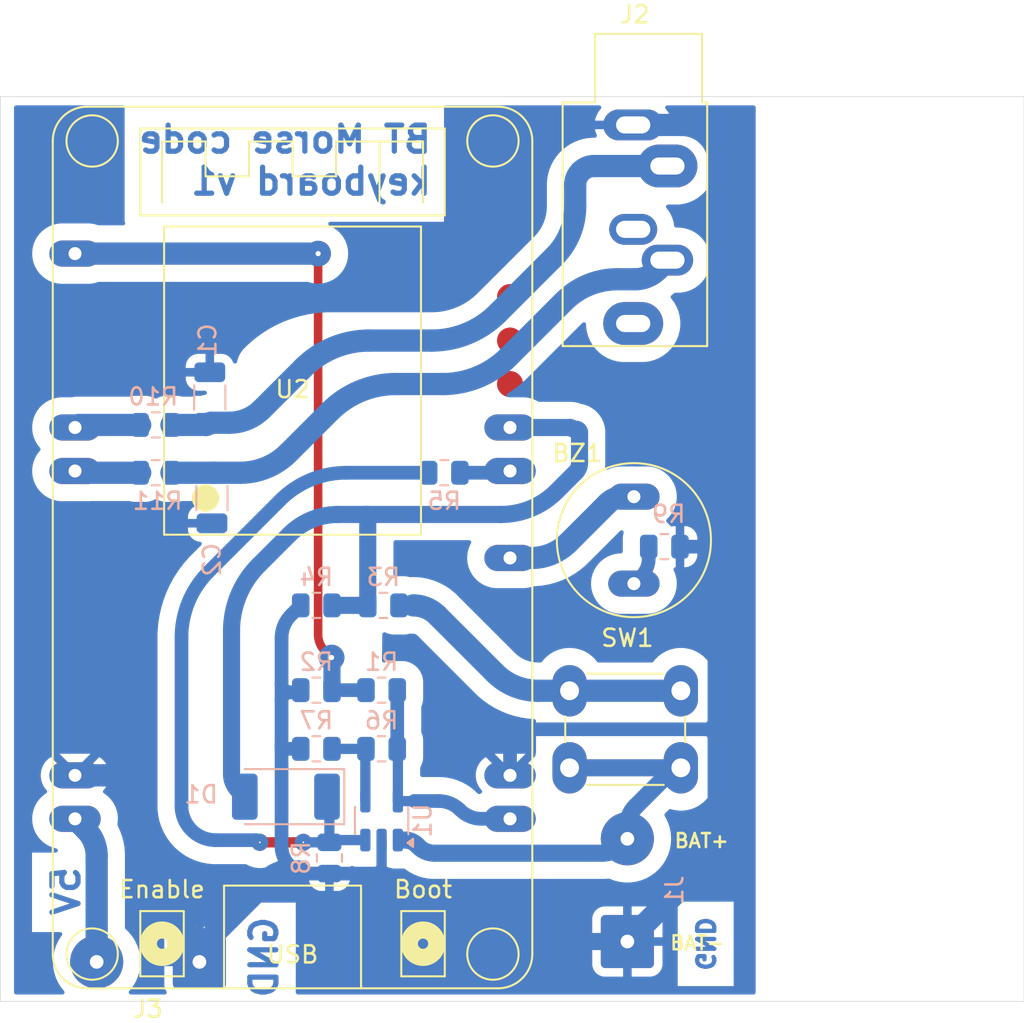
<source format=kicad_pcb>
(kicad_pcb (version 20240108) (generator "pcbnew") (generator_version "8.0")
  (title_block (rev "1"))
  (layers (0 "F.Cu" signal "Front") (1 "In1.Cu" signal) (2 "In2.Cu" signal) (31 "B.Cu" signal "Back") (34 "B.Paste" user) (35 "F.Paste" user) (36 "B.SilkS" user "B.Silkscreen") (37 "F.SilkS" user "F.Silkscreen") (38 "B.Mask" user) (39 "F.Mask" user) (44 "Edge.Cuts" user))
  (net 0 "")
  (net 1 "Net-(BZ1-+)")
  (net 2 "Net-(BZ1--)")
  (net 3 "BTN_SENSE")
  (net 4 "Net-(D1-K)")
  (net 5 "Net-(J1-Pin_2)")
  (net 6 "VIN")
  (net 7 "GND")
  (net 8 "DAH")
  (net 9 "DIT")
  (net 10 "BATTERY_SENSE")
  (net 11 "VDD")
  (net 12 "Net-(R3-Pad1)")
  (net 13 "PWR_LATCH")
  (net 14 "Net-(U1-FB)")
  (net 18 "Net-(C1-Pad1)")
  (net 19 "Net-(C2-Pad1)")
  (footprint "Connector_Audio:Jack_3.5mm_CUI_SJ1-3535NG_Horizontal" (layer "F.Cu") (at 134.070203 58.801)
    (property "Reference" "J2" (at 0.1 -6.45 0) (layer "F.SilkS"))
    (property "Value" "AudioJack3")
    (fp_line (start -4.12 -1.32) (end -2.22 -1.32) (stroke (width 0.12)) (layer "F.SilkS"))
    (fp_line (start -4.12 12.92) (end -4.12 -1.32) (stroke (width 0.12)) (layer "F.SilkS"))
    (fp_line (start -2.22 -5.32) (end 4.02 -5.32) (stroke (width 0.12)) (layer "F.SilkS"))
    (fp_line (start -2.22 -1.32) (end -2.22 -5.32) (stroke (width 0.12)) (layer "F.SilkS"))
    (fp_line (start 4.02 -5.32) (end 4.02 -1.32) (stroke (width 0.12)) (layer "F.SilkS"))
    (fp_line (start 4.02 -1.32) (end 4.32 -1.32) (stroke (width 0.12)) (layer "F.SilkS"))
    (fp_line (start 4.32 -1.32) (end 4.32 12.92) (stroke (width 0.12)) (layer "F.SilkS"))
    (fp_line (start 4.32 12.92) (end -4.12 12.92) (stroke (width 0.12)) (layer "F.SilkS"))
    (pad "R" thru_hole oval (at 2 7.9) (size 3 1.8) (drill oval 2 1) (layers "*.Cu" "*.Mask") (net 19 "Net-(C2-Pad1)"))
    (pad "RN" thru_hole oval (at 0 6.1) (size 2.8 1.8) (drill oval 2 1) (layers "*.Cu" "*.Mask"))
    (pad "S" thru_hole oval (at 0 0) (size 3.5 1.8) (drill oval 2 1) (layers "*.Cu" "*.Mask") (net 7 "GND"))
    (pad "T" thru_hole oval (at 2 2.4) (size 3.5 2.5) (drill oval 2 1) (layers "*.Cu" "*.Mask") (net 18 "Net-(C1-Pad1)"))
    (pad "TN" thru_hole oval (at 0 11.6) (size 3.5 2.5) (drill oval 2 1) (layers "*.Cu" "*.Mask"))
  )
  (footprint "Connector_Wire:SolderWire-1.5sqmm_1x02_P6mm_D1.7mm_OD3mm" (layer "F.Cu") (at 108.743 107.696 180)
    (property "Reference" "J3" (at 3 -2.75 0) (layer "F.SilkS"))
    (property "Value" "USB_PWR")
    (pad "1" thru_hole roundrect (at 0 0 180) (size 3.1 3.1) (drill 0.8) (layers "*.Cu" "*.Mask") (roundrect_rratio 0.080645) (net 7 "GND"))
    (pad "2" thru_hole circle (at 6 0 180) (size 3.1 3.1) (drill 0.8) (layers "*.Cu" "*.Mask") (net 6 "VIN"))
  )
  (footprint "Button_Switch_THT:SW_PUSH_6mm" (layer "F.Cu") (at 136.854 96.357 180)
    (property "Reference" "SW1" (at 3.123 7.584 0) (layer "F.SilkS"))
    (property "Value" "SW_Push")
    (fp_line (start 6.75 3) (end 6.75 1.5) (stroke (width 0.12)) (layer "F.SilkS"))
    (fp_line (start 5.5 -1) (end 1 -1) (stroke (width 0.12)) (layer "F.SilkS"))
    (fp_line (start 1 5.5) (end 5.5 5.5) (stroke (width 0.12)) (layer "F.SilkS"))
    (fp_line (start -0.25 1.5) (end -0.25 3) (stroke (width 0.12)) (layer "F.SilkS"))
    (pad "1" thru_hole oval (at 0 0 270) (size 3 2) (drill 1.1) (layers "*.Cu" "*.Mask") (net 5 "Net-(J1-Pin_2)"))
    (pad "1" thru_hole oval (at 6.5 0 270) (size 3 2) (drill 1.1) (layers "*.Cu" "*.Mask") (net 5 "Net-(J1-Pin_2)"))
    (pad "2" thru_hole oval (at 0 4.5 270) (size 3 2) (drill 1.1) (layers "*.Cu" "*.Mask") (net 12 "Net-(R3-Pad1)"))
    (pad "2" thru_hole oval (at 6.5 4.5 270) (size 3 2) (drill 1.1) (layers "*.Cu" "*.Mask") (net 12 "Net-(R3-Pad1)"))
  )
  (footprint "!my-kicad-library:Buzzer-GT-0905A" (layer "F.Cu") (at 134.112 83.058)
    (property "Reference" "BZ1" (at -3.302 -5.08 0) (layer "F.SilkS"))
    (property "Value" "Buzzer")
    (fp_circle (center 0 0) (end 4.5 0) (stroke (width 0.12)) (fill none) (layer "F.SilkS"))
    (pad "1" thru_hole oval (at 0 -2.54) (size 3 1.524) (drill 0.762) (layers "*.Cu" "*.Mask") (net 1 "Net-(BZ1-+)"))
    (pad "2" thru_hole oval (at 0 2.54) (size 3 1.524) (drill 0.762) (layers "*.Cu" "*.Mask") (net 2 "Net-(BZ1--)"))
  )
  (footprint "!my-kicad-library:esp32_devkit_v1_doit" (layer "F.Cu") (at 114.1795 63.778)
    (property "Reference" "U2" (at 0 10.47 0) (layer "F.SilkS"))
    (property "Value" "ESP32_DevKit_V1")
    (fp_line (start -14 -4.04) (end -14 43.46) (stroke (width 0.12)) (layer "F.SilkS"))
    (fp_line (start -12 -6.04) (end 12 -6.04) (stroke (width 0.12)) (layer "F.SilkS"))
    (fp_line (start -12 45.46) (end 12 45.46) (stroke (width 0.12)) (layer "F.SilkS"))
    (fp_line (start -8.89 -4.77) (end 8.89 -4.77) (stroke (width 0.12)) (layer "F.SilkS"))
    (fp_line (start -8.89 0.31) (end -8.89 -4.77) (stroke (width 0.12)) (layer "F.SilkS"))
    (fp_line (start -8.89 40.95) (end -6.35 40.95) (stroke (width 0.12)) (layer "F.SilkS"))
    (fp_line (start -8.89 44.76) (end -8.89 40.95) (stroke (width 0.12)) (layer "F.SilkS"))
    (fp_line (start -7.62 -4.008) (end -5.08 -4.008) (stroke (width 0.12)) (layer "F.SilkS"))
    (fp_line (start -7.62 -0.452) (end -7.62 -4.008) (stroke (width 0.12)) (layer "F.SilkS"))
    (fp_line (start -7.5 0.96) (end 7.5 0.96) (stroke (width 0.12)) (layer "F.SilkS"))
    (fp_line (start -7.5 18.96) (end -7.5 0.96) (stroke (width 0.12)) (layer "F.SilkS"))
    (fp_line (start -6.35 40.95) (end -6.35 44.76) (stroke (width 0.12)) (layer "F.SilkS"))
    (fp_line (start -6.35 44.76) (end -8.89 44.76) (stroke (width 0.12)) (layer "F.SilkS"))
    (fp_line (start -5.08 -4.008) (end -5.08 -1.976) (stroke (width 0.12)) (layer "F.SilkS"))
    (fp_line (start -5.08 -1.976) (end -2.54 -1.976) (stroke (width 0.12)) (layer "F.SilkS"))
    (fp_line (start -4 39.46) (end -4 45.46) (stroke (width 0.12)) (layer "F.SilkS"))
    (fp_line (start -4 39.46) (end 4 39.46) (stroke (width 0.12)) (layer "F.SilkS"))
    (fp_line (start -2.54 -4.008) (end 0 -4.008) (stroke (width 0.12)) (layer "F.SilkS"))
    (fp_line (start -2.54 -1.976) (end -2.54 -4.008) (stroke (width 0.12)) (layer "F.SilkS"))
    (fp_line (start 0 -4.008) (end 0 -1.976) (stroke (width 0.12)) (layer "F.SilkS"))
    (fp_line (start 0 -1.976) (end 2.54 -1.976) (stroke (width 0.12)) (layer "F.SilkS"))
    (fp_line (start 2.54 -4.008) (end 7.62 -4.008) (stroke (width 0.12)) (layer "F.SilkS"))
    (fp_line (start 2.54 -1.976) (end 2.54 -4.008) (stroke (width 0.12)) (layer "F.SilkS"))
    (fp_line (start 4 39.46) (end 4 45.46) (stroke (width 0.12)) (layer "F.SilkS"))
    (fp_line (start 5.08 -4.008) (end 5.08 -0.452) (stroke (width 0.12)) (layer "F.SilkS"))
    (fp_line (start 6.35 40.95) (end 8.89 40.95) (stroke (width 0.12)) (layer "F.SilkS"))
    (fp_line (start 6.35 44.76) (end 6.35 40.95) (stroke (width 0.12)) (layer "F.SilkS"))
    (fp_line (start 7.5 0.96) (end 7.5 18.96) (stroke (width 0.12)) (layer "F.SilkS"))
    (fp_line (start 7.5 18.96) (end -7.5 18.96) (stroke (width 0.12)) (layer "F.SilkS"))
    (fp_line (start 7.62 -4.008) (end 7.62 -0.452) (stroke (width 0.12)) (layer "F.SilkS"))
    (fp_line (start 8.89 -4.77) (end 8.89 0.31) (stroke (width 0.12)) (layer "F.SilkS"))
    (fp_line (start 8.89 0.31) (end -8.89 0.31) (stroke (width 0.12)) (layer "F.SilkS"))
    (fp_line (start 8.89 40.95) (end 8.89 44.76) (stroke (width 0.12)) (layer "F.SilkS"))
    (fp_line (start 8.89 44.76) (end 6.35 44.76) (stroke (width 0.12)) (layer "F.SilkS"))
    (fp_line (start 14 43.46) (end 14 -4.04) (stroke (width 0.12)) (layer "F.SilkS"))
    (fp_arc (start -14 -4.04) (mid -13.414214 -5.454214) (end -12 -6.04) (stroke (width 0.12)) (layer "F.SilkS"))
    (fp_arc (start -12 45.46) (mid -13.414214 44.874214) (end -14 43.46) (stroke (width 0.12)) (layer "F.SilkS"))
    (fp_arc (start 12 -6.04) (mid 13.414214 -5.454214) (end 14 -4.04) (stroke (width 0.12)) (layer "F.SilkS"))
    (fp_arc (start 14 43.46) (mid 13.414214 44.874214) (end 12 45.46) (stroke (width 0.12)) (layer "F.SilkS"))
    (fp_circle (center -11.7 -4.04) (end -10.2 -4.04) (stroke (width 0.12)) (fill none) (layer "F.SilkS"))
    (fp_circle (center -11.7 43.46) (end -10.2 43.46) (stroke (width 0.12)) (fill none) (layer "F.SilkS"))
    (fp_circle (center -7.62 42.855) (end -7.32 42.855) (stroke (width 1)) (fill none) (layer "F.SilkS"))
    (fp_circle (center -5.08 16.82) (end -4.68 16.82) (stroke (width 0.8)) (fill none) (layer "F.SilkS"))
    (fp_circle (center 7.62 42.855) (end 7.92 42.855) (stroke (width 1)) (fill none) (layer "F.SilkS"))
    (fp_circle (center 11.7 -4.04) (end 13.2 -4.04) (stroke (width 0.12)) (fill none) (layer "F.SilkS"))
    (fp_circle (center 11.7 43.46) (end 13.2 43.46) (stroke (width 0.12)) (fill none) (layer "F.SilkS"))
    (fp_text user "Boot" (at 7.62 39.68 0) (layer "F.SilkS"))
    (fp_text user "USB" (at 0 43.49 0) (layer "F.SilkS"))
    (fp_text user "Enable" (at -7.62 39.68 0) (layer "F.SilkS"))
    (pad "2" thru_hole oval (at -12.7 2.54) (size 3 1.524) (drill 0.762) (layers "*.Cu" "*.Mask") (net 10 "BATTERY_SENSE"))
    (pad "6" thru_hole oval (at -12.7 12.7) (size 3 1.524) (drill 0.762) (layers "*.Cu" "*.Mask") (net 9 "DIT"))
    (pad "7" thru_hole oval (at -12.7 15.24) (size 3 1.524) (drill 0.762) (layers "*.Cu" "*.Mask") (net 8 "DAH"))
    (pad "14" thru_hole oval (at -12.7 33.02) (size 3 1.524) (drill 0.75) (layers "*.Cu" "*.Mask") (net 7 "GND"))
    (pad "15" thru_hole oval (at -12.7 35.56) (size 3 1.524) (drill 0.762) (layers "*.Cu" "*.Mask") (net 6 "VIN"))
    (pad "16" thru_hole oval (at 12.7 35.56) (size 3 1.524) (drill 0.762) (layers "*.Cu" "*.Mask") (net 11 "VDD"))
    (pad "17" thru_hole oval (at 12.7 33.02) (size 3 1.524) (drill 0.762) (layers "*.Cu" "*.Mask") (net 7 "GND"))
    (pad "22" thru_hole oval (at 12.7 20.32) (size 3 1.524) (drill 0.762) (layers "*.Cu" "*.Mask") (net 1 "Net-(BZ1-+)"))
    (pad "24" thru_hole oval (at 12.7 15.24) (size 3 1.524) (drill 0.762) (layers "*.Cu" "*.Mask") (net 13 "PWR_LATCH"))
    (pad "25" thru_hole oval (at 12.7 12.7) (size 3 1.524) (drill 0.762) (layers "*.Cu" "*.Mask") (net 3 "BTN_SENSE"))
    (pad "26" connect circle (at 12.7 10.16) (size 1.524 1.524) (layers "F.Cu" "F.Mask"))
    (pad "27" connect circle (at 12.7 7.62) (size 1.524 1.524) (layers "F.Cu" "F.Mask"))
    (pad "28" connect circle (at 12.7 5.08) (size 1.524 1.524) (layers "F.Cu" "F.Mask"))
  )
  (footprint "Resistor_SMD:R_0805_2012Metric" (layer "B.Cu") (at 119.38 91.821 180)
    (property "Reference" "R1" (at 0 1.65 0) (layer "B.SilkS") (effects (justify mirror)))
    (property "Value" "22k")
    (fp_line (start 0.227064 0.735) (end -0.227064 0.735) (stroke (width 0.12)) (layer "B.SilkS"))
    (fp_line (start 0.227064 -0.735) (end -0.227064 -0.735) (stroke (width 0.12)) (layer "B.SilkS"))
    (pad "1" smd roundrect (at -0.9125 0 180) (size 1.025 1.4) (layers "B.Cu" "B.Paste" "B.Mask") (roundrect_rratio 0.243902) (net 11 "VDD"))
    (pad "2" smd roundrect (at 0.9125 0 180) (size 1.025 1.4) (layers "B.Cu" "B.Paste" "B.Mask") (roundrect_rratio 0.243902) (net 10 "BATTERY_SENSE"))
  )
  (footprint "Resistor_SMD:R_0805_2012Metric" (layer "B.Cu") (at 115.57 95.25 180)
    (property "Reference" "R7" (at 0 1.65 0) (layer "B.SilkS") (effects (justify mirror)))
    (property "Value" "27k")
    (fp_line (start 0.227064 0.735) (end -0.227064 0.735) (stroke (width 0.12)) (layer "B.SilkS"))
    (fp_line (start 0.227064 -0.735) (end -0.227064 -0.735) (stroke (width 0.12)) (layer "B.SilkS"))
    (pad "1" smd roundrect (at -0.9125 0 180) (size 1.025 1.4) (layers "B.Cu" "B.Paste" "B.Mask") (roundrect_rratio 0.243902) (net 14 "Net-(U1-FB)"))
    (pad "2" smd roundrect (at 0.9125 0 180) (size 1.025 1.4) (layers "B.Cu" "B.Paste" "B.Mask") (roundrect_rratio 0.243902) (net 7 "GND"))
  )
  (footprint "Resistor_SMD:R_0805_2012Metric" (layer "B.Cu") (at 115.57 91.821 180)
    (property "Reference" "R2" (at 0 1.65 0) (layer "B.SilkS") (effects (justify mirror)))
    (property "Value" "10k")
    (fp_line (start 0.227064 0.735) (end -0.227064 0.735) (stroke (width 0.12)) (layer "B.SilkS"))
    (fp_line (start 0.227064 -0.735) (end -0.227064 -0.735) (stroke (width 0.12)) (layer "B.SilkS"))
    (pad "1" smd roundrect (at -0.9125 0 180) (size 1.025 1.4) (layers "B.Cu" "B.Paste" "B.Mask") (roundrect_rratio 0.243902) (net 10 "BATTERY_SENSE"))
    (pad "2" smd roundrect (at 0.9125 0 180) (size 1.025 1.4) (layers "B.Cu" "B.Paste" "B.Mask") (roundrect_rratio 0.243902) (net 7 "GND"))
  )
  (footprint "Resistor_SMD:R_0805_2012Metric" (layer "B.Cu") (at 135.89 83.439)
    (property "Reference" "R9" (at 0.254 -1.905 0) (layer "B.SilkS") (effects (justify mirror)))
    (property "Value" "200")
    (fp_line (start 0.227064 -0.735) (end -0.227064 -0.735) (stroke (width 0.12)) (layer "B.SilkS"))
    (fp_line (start 0.227064 0.735) (end -0.227064 0.735) (stroke (width 0.12)) (layer "B.SilkS"))
    (pad "1" smd roundrect (at -0.9125 0) (size 1.025 1.4) (layers "B.Cu" "B.Paste" "B.Mask") (roundrect_rratio 0.243902) (net 2 "Net-(BZ1--)"))
    (pad "2" smd roundrect (at 0.9125 0) (size 1.025 1.4) (layers "B.Cu" "B.Paste" "B.Mask") (roundrect_rratio 0.243902) (net 7 "GND"))
  )
  (footprint "Package_TO_SOT_SMD:SOT-23-5" (layer "B.Cu") (at 119.38 99.441 90)
    (property "Reference" "U1" (at 0 2.4 90) (layer "B.SilkS") (effects (justify mirror)))
    (property "Value" "TPS73101DBV")
    (fp_line (start 0.8 -1.56) (end 0 -1.56) (stroke (width 0.12)) (layer "B.SilkS"))
    (fp_line (start -0.8 -1.56) (end 0 -1.56) (stroke (width 0.12)) (layer "B.SilkS"))
    (fp_line (start 0.8 1.56) (end 0 1.56) (stroke (width 0.12)) (layer "B.SilkS"))
    (fp_line (start -0.8 1.56) (end 0 1.56) (stroke (width 0.12)) (layer "B.SilkS"))
    (fp_poly (pts (xy -1.3 1.51) (xy -1.54 1.84) (xy -1.06 1.84) (xy -1.3 1.51)) (stroke (width 0.12)) (fill solid) (layer "B.SilkS"))
    (pad "1" smd roundrect (at -1.1375 0.95 90) (size 1.325 0.6) (layers "B.Cu" "B.Paste" "B.Mask") (net 5 "Net-(J1-Pin_2)"))
    (pad "2" smd roundrect (at -1.1375 0 90) (size 1.325 0.6) (layers "B.Cu" "B.Paste" "B.Mask") (net 7 "GND"))
    (pad "3" smd roundrect (at -1.1375 -0.95 90) (size 1.325 0.6) (layers "B.Cu" "B.Paste" "B.Mask") (net 4 "Net-(D1-K)"))
    (pad "4" smd roundrect (at 1.1375 -0.95 90) (size 1.325 0.6) (layers "B.Cu" "B.Paste" "B.Mask") (net 14 "Net-(U1-FB)"))
    (pad "5" smd roundrect (at 1.1375 0.95 90) (size 1.325 0.6) (layers "B.Cu" "B.Paste" "B.Mask") (net 11 "VDD"))
  )
  (footprint "Resistor_SMD:R_0805_2012Metric" (layer "B.Cu") (at 123.0395 79.121)
    (property "Reference" "R5" (at 0 1.65 0) (layer "B.SilkS") (effects (justify mirror)))
    (property "Value" "10k")
    (fp_line (start 0.227064 -0.735) (end -0.227064 -0.735) (stroke (width 0.12)) (layer "B.SilkS"))
    (fp_line (start 0.227064 0.735) (end -0.227064 0.735) (stroke (width 0.12)) (layer "B.SilkS"))
    (pad "1" smd roundrect (at -0.9125 0) (size 1.025 1.4) (layers "B.Cu" "B.Paste" "B.Mask") (roundrect_rratio 0.243902) (net 4 "Net-(D1-K)"))
    (pad "2" smd roundrect (at 0.9125 0) (size 1.025 1.4) (layers "B.Cu" "B.Paste" "B.Mask") (roundrect_rratio 0.243902) (net 13 "PWR_LATCH"))
  )
  (footprint "Resistor_SMD:R_0805_2012Metric" (layer "B.Cu") (at 119.38 95.25 180)
    (property "Reference" "R6" (at 0 1.65 0) (layer "B.SilkS") (effects (justify mirror)))
    (property "Value" "47k")
    (fp_line (start 0.227064 0.735) (end -0.227064 0.735) (stroke (width 0.12)) (layer "B.SilkS"))
    (fp_line (start 0.227064 -0.735) (end -0.227064 -0.735) (stroke (width 0.12)) (layer "B.SilkS"))
    (pad "1" smd roundrect (at -0.9125 0 180) (size 1.025 1.4) (layers "B.Cu" "B.Paste" "B.Mask") (roundrect_rratio 0.243902) (net 11 "VDD"))
    (pad "2" smd roundrect (at 0.9125 0 180) (size 1.025 1.4) (layers "B.Cu" "B.Paste" "B.Mask") (roundrect_rratio 0.243902) (net 14 "Net-(U1-FB)"))
  )
  (footprint "Diode_SMD:D_MELF" (layer "B.Cu") (at 113.792 98.044 180)
    (property "Reference" "D1" (at 4.953 0.127 0) (layer "B.SilkS") (effects (justify mirror)))
    (property "Value" "1N4148")
    (fp_line (start 2.4 -1.61) (end -3.41 -1.61) (stroke (width 0.12)) (layer "B.SilkS"))
    (fp_line (start -3.41 1.61) (end 2.4 1.61) (stroke (width 0.12)) (layer "B.SilkS"))
    (fp_line (start -3.41 -1.61) (end -3.41 1.61) (stroke (width 0.12)) (layer "B.SilkS"))
    (pad "1" smd roundrect (at -2.4 0 180) (size 1.5 2.7) (layers "B.Cu" "B.Paste" "B.Mask") (roundrect_rratio 0.1666666667) (net 4 "Net-(D1-K)"))
    (pad "2" smd roundrect (at 2.4 0 180) (size 1.5 2.7) (layers "B.Cu" "B.Paste" "B.Mask") (roundrect_rratio 0.1666666667) (net 3 "BTN_SENSE"))
  )
  (footprint "Resistor_SMD:R_0805_2012Metric" (layer "B.Cu") (at 115.57 86.868 180)
    (property "Reference" "R4" (at 0 1.65 0) (layer "B.SilkS") (effects (justify mirror)))
    (property "Value" "33k")
    (fp_line (start 0.227064 0.735) (end -0.227064 0.735) (stroke (width 0.12)) (layer "B.SilkS"))
    (fp_line (start 0.227064 -0.735) (end -0.227064 -0.735) (stroke (width 0.12)) (layer "B.SilkS"))
    (pad "1" smd roundrect (at -0.9125 0 180) (size 1.025 1.4) (layers "B.Cu" "B.Paste" "B.Mask") (roundrect_rratio 0.243902) (net 3 "BTN_SENSE"))
    (pad "2" smd roundrect (at 0.9125 0 180) (size 1.025 1.4) (layers "B.Cu" "B.Paste" "B.Mask") (roundrect_rratio 0.243902) (net 7 "GND"))
  )
  (footprint "Capacitor_SMD:C_1206_3216Metric" (layer "B.Cu") (at 109.347 74.725 90)
    (property "Reference" "C1" (at 3.351 -0.127 90) (layer "B.SilkS") (effects (justify mirror)))
    (property "Value" "100n")
    (fp_line (start 0.711252 -0.91) (end -0.711252 -0.91) (stroke (width 0.12)) (layer "B.SilkS"))
    (fp_line (start 0.711252 0.91) (end -0.711252 0.91) (stroke (width 0.12)) (layer "B.SilkS"))
    (pad "1" smd roundrect (at -1.475 0 90) (size 1.15 1.8) (layers "B.Cu" "B.Paste" "B.Mask") (roundrect_rratio 0.217391) (net 18 "Net-(C1-Pad1)"))
    (pad "2" smd roundrect (at 1.475 0 90) (size 1.15 1.8) (layers "B.Cu" "B.Paste" "B.Mask") (roundrect_rratio 0.217391) (net 7 "GND"))
  )
  (footprint "Connector_Wire:SolderWire-1.5sqmm_1x02_P6mm_D1.7mm_OD3mm" (layer "B.Cu") (at 133.731 106.505 90)
    (property "Reference" "J1" (at 3 2.75 90) (layer "B.SilkS") (effects (justify mirror)))
    (property "Value" "Conn_battery")
    (pad "1" thru_hole roundrect (at 0 0 90) (size 3.1 3.1) (drill 0.8) (layers "*.Cu" "*.Mask") (roundrect_rratio 0.080645) (net 7 "GND"))
    (pad "2" thru_hole circle (at 6 0 90) (size 3.1 3.1) (drill 0.8) (layers "*.Cu" "*.Mask") (net 5 "Net-(J1-Pin_2)"))
  )
  (footprint "Resistor_SMD:R_0805_2012Metric" (layer "B.Cu") (at 106.1955 79.121)
    (property "Reference" "R11" (at 0.1035 1.651 360) (layer "B.SilkS") (effects (justify mirror)))
    (property "Value" "1k")
    (fp_line (start 0.227064 -0.735) (end -0.227064 -0.735) (stroke (width 0.12)) (layer "B.SilkS"))
    (fp_line (start 0.227064 0.735) (end -0.227064 0.735) (stroke (width 0.12)) (layer "B.SilkS"))
    (pad "1" smd roundrect (at -0.9125 0) (size 1.025 1.4) (layers "B.Cu" "B.Paste" "B.Mask") (roundrect_rratio 0.243902) (net 8 "DAH"))
    (pad "2" smd roundrect (at 0.9125 0) (size 1.025 1.4) (layers "B.Cu" "B.Paste" "B.Mask") (roundrect_rratio 0.243902) (net 19 "Net-(C2-Pad1)"))
  )
  (footprint "Resistor_SMD:R_0805_2012Metric" (layer "B.Cu") (at 106.1955 76.327)
    (property "Reference" "R10" (at -0.1505 -1.651 360) (layer "B.SilkS") (effects (justify mirror)))
    (property "Value" "1k")
    (fp_line (start 0.227064 -0.735) (end -0.227064 -0.735) (stroke (width 0.12)) (layer "B.SilkS"))
    (fp_line (start 0.227064 0.735) (end -0.227064 0.735) (stroke (width 0.12)) (layer "B.SilkS"))
    (pad "1" smd roundrect (at -0.9125 0) (size 1.025 1.4) (layers "B.Cu" "B.Paste" "B.Mask") (roundrect_rratio 0.243902) (net 9 "DIT"))
    (pad "2" smd roundrect (at 0.9125 0) (size 1.025 1.4) (layers "B.Cu" "B.Paste" "B.Mask") (roundrect_rratio 0.243902) (net 18 "Net-(C1-Pad1)"))
  )
  (footprint "Capacitor_SMD:C_1206_3216Metric" (layer "B.Cu") (at 109.474 80.596001 -90)
    (property "Reference" "C2" (at 3.604999 0 90) (layer "B.SilkS") (effects (justify mirror)))
    (property "Value" "100n")
    (fp_line (start 0.711252 0.91) (end -0.711252 0.91) (stroke (width 0.12)) (layer "B.SilkS"))
    (fp_line (start 0.711252 -0.91) (end -0.711252 -0.91) (stroke (width 0.12)) (layer "B.SilkS"))
    (pad "1" smd roundrect (at -1.475001 0 270) (size 1.15 1.8) (layers "B.Cu" "B.Paste" "B.Mask") (roundrect_rratio 0.217391) (net 19 "Net-(C2-Pad1)"))
    (pad "2" smd roundrect (at 1.475001 0 270) (size 1.15 1.8) (layers "B.Cu" "B.Paste" "B.Mask") (roundrect_rratio 0.217391) (net 7 "GND"))
  )
  (footprint "Resistor_SMD:R_0805_2012Metric" (layer "B.Cu") (at 119.4835 86.868 180)
    (property "Reference" "R3" (at 0 1.65 0) (layer "B.SilkS") (effects (justify mirror)))
    (property "Value" "10k")
    (fp_line (start 0.227064 0.735) (end -0.227064 0.735) (stroke (width 0.12)) (layer "B.SilkS"))
    (fp_line (start 0.227064 -0.735) (end -0.227064 -0.735) (stroke (width 0.12)) (layer "B.SilkS"))
    (pad "1" smd roundrect (at -0.9125 0 180) (size 1.025 1.4) (layers "B.Cu" "B.Paste" "B.Mask") (roundrect_rratio 0.243902) (net 12 "Net-(R3-Pad1)"))
    (pad "2" smd roundrect (at 0.9125 0 180) (size 1.025 1.4) (layers "B.Cu" "B.Paste" "B.Mask") (roundrect_rratio 0.243902) (net 3 "BTN_SENSE"))
  )
  (footprint "Resistor_SMD:R_0805_2012Metric" (layer "B.Cu") (at 116.332 101.6235 -90)
    (property "Reference" "R8" (at 0 1.65 90) (layer "B.SilkS") (effects (justify mirror)))
    (property "Value" "100k")
    (fp_line (start 0.227064 0.735) (end -0.227064 0.735) (stroke (width 0.12)) (layer "B.SilkS"))
    (fp_line (start 0.227064 -0.735) (end -0.227064 -0.735) (stroke (width 0.12)) (layer "B.SilkS"))
    (pad "1" smd roundrect (at -0.9125 0 270) (size 1.025 1.4) (layers "B.Cu" "B.Paste" "B.Mask") (roundrect_rratio 0.243902) (net 4 "Net-(D1-K)"))
    (pad "2" smd roundrect (at 0.9125 0 270) (size 1.025 1.4) (layers "B.Cu" "B.Paste" "B.Mask") (roundrect_rratio 0.243902) (net 7 "GND"))
  )
  (gr_rect (start 97.117 57.15) (end 156.891 110) (stroke (width 0.0381)) (fill none) (layer "Edge.Cuts"))
  (gr_text "5V" (at 101.854 101.981 90) (layer "B.Cu") (effects (font (size 1.524 1.524) (thickness 0.3048) (bold yes)) (justify left bottom mirror)))
  (gr_text "BT Morse code \nkeyboard v1" (at 122.428 62.992 0) (layer "B.Cu") (effects (font (size 1.524 1.524) (thickness 0.3048) (bold yes)) (justify left bottom mirror)))
  (gr_text "GND" (at 137.668 108.331 -90) (layer "B.Cu") (effects (font (size 1 1) (thickness 0.25) (bold yes)) (justify left bottom mirror)))
  (gr_text "GND" (at 113.411 104.902 90) (layer "B.Cu") (effects (font (size 1.524 1.524) (thickness 0.3048) (bold yes)) (justify left bottom mirror)))
  (gr_text "BAT-" (at 136.144 107.061 0) (layer "F.SilkS") (effects (font (size 0.8128 0.8128) (thickness 0.1524) (bold yes)) (justify left bottom)))
  (gr_text "BAT+\n" (at 136.398 101.092 0) (layer "F.SilkS") (effects (font (size 0.8128 0.8128) (thickness 0.1524) (bold yes)) (justify left bottom)))
  (segment (start 132.564888 80.922111) (end 130.276242 83.210757) (width 1.3) (layer "B.Cu") (net 1))
  (segment (start 128.13425 84.098) (end 126.8795 84.098) (width 1.3) (layer "B.Cu") (net 1))
  (arc (start 128.13425 84.098) (mid 129.293487 83.867413) (end 130.276242 83.210757) (width 1.3) (layer "B.Cu") (net 1))
  (arc (start 132.564888 80.922111) (mid 133.012502 80.623025) (end 133.5405 80.518) (width 1.3) (layer "B.Cu") (net 1))
  (segment (start 134.9775 84.120499) (end 134.9775 83.439) (width 0.8) (layer "B.Cu") (net 2))
  (segment (start 134.54475 85.16525) (end 134.112 85.598) (width 0.8) (layer "B.Cu") (net 2))
  (arc (start 134.54475 85.16525) (mid 134.865031 84.685914) (end 134.9775 84.120499) (width 0.8) (layer "B.Cu") (net 2))
  (segment (start 130.380168 76.478) (end 126.8795 76.478) (width 1) (layer "B.Cu") (net 3))
  (segment (start 118.434431 81.558) (end 126.343175 81.558) (width 1) (layer "B.Cu") (net 3))
  (segment (start 116.828 81.558) (end 118.434431 81.558) (width 1) (layer "B.Cu") (net 3))
  (segment (start 129.5915 80.2125) (end 130.712827 79.091171) (width 1) (layer "B.Cu") (net 3))
  (segment (start 113.989081 82.733918) (end 112.210792 84.512206) (width 1) (layer "B.Cu") (net 3))
  (segment (start 130.937 76.7715) (end 130.937 78.549967) (width 1) (layer "B.Cu") (net 3))
  (segment (start 111.0045 97.6565) (end 111.392 98.044) (width 1) (layer "B.Cu") (net 3))
  (segment (start 110.617 88.359963) (end 110.617 96.720992) (width 1) (layer "B.Cu") (net 3))
  (segment (start 118.571 86.868) (end 116.4825 86.868) (width 1) (layer "B.Cu") (net 3))
  (segment (start 118.434431 81.558) (end 118.547568 81.558) (width 1) (layer "B.Cu") (net 3))
  (segment (start 118.571 81.694568) (end 118.571 86.868) (width 1) (layer "B.Cu") (net 3))
  (segment (start 130.7465 76.581) (end 130.628831 76.581) (width 1) (layer "B.Cu") (net 3))
  (arc (start 130.712827 79.091171) (mid 130.87874 78.842864) (end 130.937 78.549967) (width 1) (layer "B.Cu") (net 3))
  (arc (start 130.5045 76.5295) (mid 130.447455 76.491384) (end 130.380168 76.478) (width 1) (layer "B.Cu") (net 3))
  (arc (start 118.531 81.598) (mid 118.560604 81.642305) (end 118.571 81.694568) (width 1) (layer "B.Cu") (net 3))
  (arc (start 130.937 76.7715) (mid 130.881203 76.636796) (end 130.7465 76.581) (width 1) (layer "B.Cu") (net 3))
  (arc (start 118.531 81.598) (mid 118.486693 81.568395) (end 118.434431 81.558) (width 1) (layer "B.Cu") (net 3))
  (arc (start 130.5045 76.5295) (mid 130.561543 76.567615) (end 130.628831 76.581) (width 1) (layer "B.Cu") (net 3))
  (arc (start 110.617 88.359963) (mid 111.031213 86.277572) (end 112.210792 84.512206) (width 1) (layer "B.Cu") (net 3))
  (arc (start 118.531 81.598) (mid 118.52592 81.572464) (end 118.547568 81.558) (width 1) (layer "B.Cu") (net 3))
  (arc (start 113.989081 82.733918) (mid 115.291588 81.863611) (end 116.828 81.558) (width 1) (layer "B.Cu") (net 3))
  (arc (start 110.617 96.720992) (mid 110.717707 97.227285) (end 111.0045 97.6565) (width 1) (layer "B.Cu") (net 3))
  (arc (start 129.5915 80.2125) (mid 128.101155 81.208315) (end 126.343175 81.558) (width 1) (layer "B.Cu") (net 3))
  (segment (start 114.808 100.711) (end 112.268 100.711) (width 0.6) (layer "F.Cu") (net 4))
  (via (at 112.268 100.711) (size 1) (drill 0.1) (layers "F.Cu" "B.Cu") (net 4))
  (via (at 114.808 100.711) (size 1) (drill 0.1) (layers "F.Cu" "B.Cu") (net 4))
  (segment (start 109.289792 84.893207) (end 113.468207 80.714792) (width 0.8) (layer "B.Cu") (net 4))
  (segment (start 117.315963 79.121) (end 122.127 79.121) (width 0.8) (layer "B.Cu") (net 4))
  (segment (start 109.695998 100.584) (end 112.051197 100.584) (width 0.8) (layer "B.Cu") (net 4))
  (segment (start 112.2045 100.6475) (end 112.268 100.711) (width 0.8) (layer "B.Cu") (net 4))
  (segment (start 118.43 100.5785) (end 116.4645 100.5785) (width 0.6) (layer "B.Cu") (net 4))
  (segment (start 107.696 98.584001) (end 107.696 88.740963) (width 0.8) (layer "B.Cu") (net 4))
  (segment (start 116.332 100.711) (end 116.332 98.184) (width 0.6) (layer "B.Cu") (net 4))
  (segment (start 114.808 100.711) (end 116.332 100.711) (width 0.6) (layer "B.Cu") (net 4))
  (arc (start 112.2045 100.6475) (mid 112.134164 100.600503) (end 112.051197 100.584) (width 0.8) (layer "B.Cu") (net 4))
  (arc (start 107.696 98.584001) (mid 108.281785 99.998213) (end 109.695998 100.584) (width 0.8) (layer "B.Cu") (net 4))
  (arc (start 117.315963 79.121) (mid 115.233572 79.535213) (end 113.468207 80.714792) (width 0.8) (layer "B.Cu") (net 4))
  (arc (start 109.289792 84.893207) (mid 108.110213 86.658572) (end 107.696 88.740963) (width 0.8) (layer "B.Cu") (net 4))
  (segment (start 121.443297 100.869297) (end 121.53625 100.96225) (width 1) (layer "B.Cu") (net 5))
  (segment (start 136.473 96.357) (end 129.973 96.357) (width 1) (layer "B.Cu") (net 5))
  (segment (start 132.295323 101.346) (end 122.462704 101.346) (width 1) (layer "B.Cu") (net 5))
  (segment (start 120.74125 100.5785) (end 120.33 100.5785) (width 0.6) (layer "B.Cu") (net 5))
  (segment (start 134.228096 98.601903) (end 136.473 96.357) (width 1) (layer "B.Cu") (net 5))
  (arc (start 132.295323 101.346) (mid 132.844732 101.236715) (end 133.3105 100.9255) (width 1) (layer "B.Cu") (net 5))
  (arc (start 121.443297 100.869297) (mid 121.121195 100.654075) (end 120.74125 100.5785) (width 1) (layer "B.Cu") (net 5))
  (arc (start 122.462704 101.346) (mid 121.96131 101.246266) (end 121.53625 100.96225) (width 1) (layer "B.Cu") (net 5))
  (arc (start 134.228096 98.601903) (mid 133.860191 99.152512) (end 133.731 99.802) (width 1) (layer "B.Cu") (net 5))
  (segment (start 102.11125 99.96975) (end 101.4795 99.338) (width 1.3) (layer "B.Cu") (net 6))
  (segment (start 102.743 101.494929) (end 102.743 107.696) (width 1.3) (layer "B.Cu") (net 6))
  (arc (start 102.11125 99.96975) (mid 102.578813 100.669508) (end 102.743 101.494929) (width 1.3) (layer "B.Cu") (net 6))
  (segment (start 113.754802 95.25) (end 114.6575 95.25) (width 0.8) (layer "B.Cu") (net 7))
  (segment (start 136.8025 83.439) (end 138.303 83.439) (width 0.8) (layer "B.Cu") (net 7))
  (segment (start 114.09775 87.42775) (end 114.6575 86.868) (width 0.8) (layer "B.Cu") (net 7))
  (segment (start 139.065 60.969025) (end 139.065 93.890197) (width 1.3) (layer "B.Cu") (net 7))
  (segment (start 113.538 95.033197) (end 113.538 92.44425) (width 0.8) (layer "B.Cu") (net 7))
  (segment (start 113.538 100.938148) (end 113.538 95.212802) (width 0.8) (layer "B.Cu") (net 7))
  (segment (start 114.03425 91.948) (end 114.440697 91.948) (width 0.8) (layer "B.Cu") (net 7))
  (segment (start 113.538 91.45175) (end 113.538 92.44425) (width 0.8) (layer "B.Cu") (net 7))
  (segment (start 116.332 102.536) (end 119.299765 102.536) (width 0.8) (layer "B.Cu") (net 7))
  (segment (start 133.731 106.505) (end 121.4045 106.505) (width 1) (layer "B.Cu") (net 7))
  (segment (start 138.848197 94.107) (end 127.952416 94.107) (width 0.8) (layer "B.Cu") (net 7))
  (segment (start 113.879607 102.407638) (end 114.508362 102.407638) (width 1.3) (layer "B.Cu") (net 7))
  (segment (start 139.065 93.890197) (end 139.065 94.069802) (width 1.3) (layer "B.Cu") (net 7))
  (segment (start 112.806256 102.852234) (end 109.018951 106.639539) (width 1.3) (layer "B.Cu") (net 7))
  (segment (start 119.38 102.455765) (end 119.38 100.5785) (width 0.6) (layer "B.Cu") (net 7))
  (segment (start 133.731 106.505) (end 137.471207 102.764792) (width 1.3) (layer "B.Cu") (net 7))
  (segment (start 139.065 98.917036) (end 139.065 94.069802) (width 1.3) (layer "B.Cu") (net 7))
  (segment (start 136.896974 58.801) (end 134.070203 58.801) (width 1.3) (layer "B.Cu") (net 7))
  (segment (start 113.538 91.45175) (end 113.538 88.779106) (width 0.8) (layer "B.Cu") (net 7))
  (segment (start 113.538 95.033197) (end 113.538 95.212802) (width 0.8) (layer "B.Cu") (net 7))
  (segment (start 105.156 100.997036) (end 105.156 98.708252) (width 1.3) (layer "B.Cu") (net 7))
  (segment (start 119.507 102.833036) (end 119.507 104.6075) (width 1) (layer "B.Cu") (net 7))
  (segment (start 119.3565 102.5595) (end 119.42 102.623) (width 1) (layer "B.Cu") (net 7))
  (segment (start 108.439651 106.534651) (end 106.749792 104.844792) (width 1.3) (layer "B.Cu") (net 7))
  (segment (start 103.245747 96.798) (end 101.4795 96.798) (width 1.3) (layer "B.Cu") (net 7))
  (segment (start 126.8795 95.179916) (end 126.8795 96.798) (width 0.8) (layer "B.Cu") (net 7))
  (segment (start 116.332 102.536) (end 115.135851 102.536) (width 0.8) (layer "B.Cu") (net 7))
  (arc (start 121.4045 106.505) (mid 120.062764 105.949235) (end 119.507 104.6075) (width 1) (layer "B.Cu") (net 7))
  (arc (start 127.19375 94.42125) (mid 126.96117 94.769329) (end 126.8795 95.179916) (width 0.8) (layer "B.Cu") (net 7))
  (arc (start 105.156 100.997036) (mid 105.570213 103.079426) (end 106.749792 104.844792) (width 1.3) (layer "B.Cu") (net 7))
  (arc (start 139.0015 94.0435) (mid 139.042037 94.035436) (end 139.065 94.069802) (width 1.3) (layer "B.Cu") (net 7))
  (arc (start 114.006 102.068) (mid 114.52438 102.41437) (end 115.135851 102.536) (width 0.8) (layer "B.Cu") (net 7))
  (arc (start 138.43 59.436) (mid 137.726641 58.966031) (end 136.896974 58.801) (width 1.3) (layer "B.Cu") (net 7))
  (arc (start 114.09775 87.42775) (mid 113.683474 88.047757) (end 113.538 88.779106) (width 0.8) (layer "B.Cu") (net 7))
  (arc (start 114.440697 91.948) (mid 114.523664 91.931496) (end 114.594 91.8845) (width 0.8) (layer "B.Cu") (net 7))
  (arc (start 139.0015 94.0435) (mid 139.048496 93.973164) (end 139.065 93.890197) (width 1) (layer "B.Cu") (net 7))
  (arc (start 113.538 100.938148) (mid 113.659629 101.549619) (end 114.006 102.068) (width 0.8) (layer "B.Cu") (net 7))
  (arc (start 113.6015 95.1865) (mid 113.554503 95.116164) (end 113.538 95.033197) (width 0.8) (layer "B.Cu") (net 7))
  (arc (start 114.03425 91.948) (mid 113.683348 92.093348) (end 113.538 92.44425) (width 0.8) (layer "B.Cu") (net 7))
  (arc (start 138.848197 94.107) (mid 138.931164 94.090496) (end 139.0015 94.0435) (width 1) (layer "B.Cu") (net 7))
  (arc (start 104.5965 97.3575) (mid 105.01059 97.97723) (end 105.156 98.708252) (width 1.3) (layer "B.Cu") (net 7))
  (arc (start 109.018951 106.639539) (mid 108.814717 106.945197) (end 108.743 107.305745) (width 1.3) (layer "B.Cu") (net 7))
  (arc (start 119.507 102.833036) (mid 119.484389 102.719365) (end 119.42 102.623) (width 1) (layer "B.Cu") (net 7))
  (arc (start 139.065 60.969025) (mid 138.899968 60.139357) (end 138.43 59.436) (width 1.3) (layer "B.Cu") (net 7))
  (arc (start 104.5965 97.3575) (mid 103.976769 96.943409) (end 103.245747 96.798) (width 1.3) (layer "B.Cu") (net 7))
  (arc (start 119.3565 102.5595) (mid 119.346765 102.536) (end 119.3565 102.5125) (width 0.8) (layer "B.Cu") (net 7))
  (arc (start 114.03425 91.948) (mid 113.683348 91.802651) (end 113.538 91.45175) (width 0.8) (layer "B.Cu") (net 7))
  (arc (start 139.065 98.917036) (mid 138.650786 100.999426) (end 137.471207 102.764792) (width 1.3) (layer "B.Cu") (net 7))
  (arc (start 113.6015 95.1865) (mid 113.671835 95.233496) (end 113.754802 95.25) (width 0.8) (layer "B.Cu") (net 7))
  (arc (start 113.6015 95.1865) (mid 113.560962 95.178436) (end 113.538 95.212802) (width 0.8) (layer "B.Cu") (net 7))
  (arc (start 127.952416 94.107) (mid 127.541829 94.18867) (end 127.19375 94.42125) (width 0.8) (layer "B.Cu") (net 7))
  (arc (start 112.806256 102.852234) (mid 113.298713 102.523184) (end 113.879607 102.407638) (width 1.3) (layer "B.Cu") (net 7))
  (arc (start 119.299765 102.536) (mid 119.330469 102.529892) (end 119.3565 102.5125) (width 0.8) (layer "B.Cu") (net 7))
  (arc (start 119.3565 102.5595) (mid 119.330469 102.542107) (end 119.299765 102.536) (width 1) (layer "B.Cu") (net 7))
  (arc (start 119.3565 102.5125) (mid 119.373892 102.486469) (end 119.38 102.455765) (width 0.6) (layer "B.Cu") (net 7))
  (arc (start 108.439651 106.534651) (mid 108.664162 106.870655) (end 108.743 107.267) (width 1.3) (layer "B.Cu") (net 7))
  (segment (start 101.655331 79.121) (end 105.283 79.121) (width 1.3) (layer "B.Cu") (net 8))
  (segment (start 101.531 79.0695) (end 101.4795 79.018) (width 1.3) (layer "B.Cu") (net 8))
  (arc (start 101.655331 79.121) (mid 101.588043 79.107615) (end 101.531 79.0695) (width 1.3) (layer "B.Cu") (net 8))
  (segment (start 101.555 76.4025) (end 101.4795 76.478) (width 1.3) (layer "B.Cu") (net 9))
  (segment (start 101.737273 76.327) (end 105.283 76.327) (width 1.3) (layer "B.Cu") (net 9))
  (arc (start 101.555 76.4025) (mid 101.638627 76.346621) (end 101.737273 76.327) (width 1.3) (layer "B.Cu") (net 9))
  (segment (start 116.459 89.916) (end 116.066 89.523) (width 0.5) (layer "F.Cu") (net 10))
  (segment (start 115.673 88.574214) (end 115.673 66.318) (width 0.5) (layer "F.Cu") (net 10))
  (via (at 115.673 66.318) (size 1.5) (drill 0.3) (layers "F.Cu" "B.Cu") (net 10))
  (via (at 116.459 89.916) (size 1.5) (drill 0.3) (layers "F.Cu" "B.Cu") (net 10))
  (arc (start 115.673 88.574214) (mid 115.775137 89.087693) (end 116.066 89.523) (width 0.5) (layer "F.Cu") (net 10))
  (segment (start 115.673 66.318) (end 101.4795 66.318) (width 1.3) (layer "B.Cu") (net 10))
  (segment (start 116.4825 89.956117) (end 116.4825 91.821) (width 1) (layer "B.Cu") (net 10))
  (segment (start 116.47075 89.92775) (end 116.459 89.916) (width 1) (layer "B.Cu") (net 10))
  (segment (start 117.094 91.821) (end 118.4675 91.821) (width 0.8) (layer "B.Cu") (net 10))
  (arc (start 116.47075 89.92775) (mid 116.479446 89.940764) (end 116.4825 89.956117) (width 1) (layer "B.Cu") (net 10))
  (segment (start 120.33 98.3035) (end 120.33 95.2875) (width 0.6) (layer "B.Cu") (net 11))
  (segment (start 120.33 98.3035) (end 121.27561 98.3035) (width 0.6) (layer "B.Cu") (net 11))
  (segment (start 125.219391 99.338) (end 126.8795 99.338) (width 0.8) (layer "B.Cu") (net 11))
  (segment (start 121.288889 98.298) (end 122.708608 98.298) (width 0.8) (layer "B.Cu") (net 11))
  (segment (start 120.2925 91.821) (end 120.2925 95.25) (width 0.8) (layer "B.Cu") (net 11))
  (arc (start 121.288889 98.298) (mid 121.285296 98.298714) (end 121.28225 98.30075) (width 0.8) (layer "B.Cu") (net 11))
  (arc (start 123.964 98.818) (mid 123.388021 98.433143) (end 122.708608 98.298) (width 0.8) (layer "B.Cu") (net 11))
  (arc (start 123.964 98.818) (mid 124.539978 99.202856) (end 125.219391 99.338) (width 0.8) (layer "B.Cu") (net 11))
  (arc (start 121.27561 98.3035) (mid 121.279203 98.302785) (end 121.28225 98.30075) (width 0.6) (layer "B.Cu") (net 11))
  (segment (start 129.973 91.857) (end 128.5045 91.857) (width 1.3) (layer "B.Cu") (net 12))
  (segment (start 121.2215 86.868) (end 120.396 86.868) (width 1) (layer "B.Cu") (net 12))
  (segment (start 129.973 91.857) (end 136.473 91.857) (width 1.3) (layer "B.Cu") (net 12))
  (segment (start 125.997613 90.818613) (end 122.630716 87.451716) (width 1.3) (layer "B.Cu") (net 12))
  (arc (start 125.997613 90.818613) (mid 127.147782 91.587132) (end 128.5045 91.857) (width 1.3) (layer "B.Cu") (net 12))
  (arc (start 122.630716 87.451716) (mid 121.984162 87.019702) (end 121.2215 86.868) (width 1.3) (layer "B.Cu") (net 12))
  (segment (start 123.952 79.121) (end 126.7765 79.121) (width 0.8) (layer "B.Cu") (net 13))
  (segment (start 118.43 98.3035) (end 118.43 95.2875) (width 0.6) (layer "B.Cu") (net 14))
  (segment (start 118.4675 95.25) (end 116.4825 95.25) (width 0.6) (layer "B.Cu") (net 14))
  (segment (start 112.397859 75.403103) (end 114.809169 72.991792) (width 1.3) (layer "B.Cu") (net 18))
  (segment (start 109.130197 76.327) (end 107.108 76.327) (width 1.3) (layer "B.Cu") (net 18))
  (segment (start 118.656926 71.398) (end 122.309036 71.398) (width 1.3) (layer "B.Cu") (net 18))
  (segment (start 130.683 62.307205) (end 130.683 63.5635) (width 1.3) (layer "B.Cu") (net 18))
  (segment (start 131.789205 61.201) (end 136.070203 61.201) (width 1.3) (layer "B.Cu") (net 18))
  (segment (start 109.436802 76.2) (end 110.473981 76.2) (width 1.3) (layer "B.Cu") (net 18))
  (segment (start 129.470665 66.490334) (end 126.156792 69.804207) (width 1.3) (layer "B.Cu") (net 18))
  (arc (start 109.2835 76.2635) (mid 109.213164 76.310496) (end 109.130197 76.327) (width 1.3) (layer "B.Cu") (net 18))
  (arc (start 109.2835 76.2635) (mid 109.353835 76.216503) (end 109.436802 76.2) (width 1.3) (layer "B.Cu") (net 18))
  (arc (start 131.007 61.525) (mid 131.365878 61.285204) (end 131.789205 61.201) (width 1.3) (layer "B.Cu") (net 18))
  (arc (start 129.470665 66.490334) (mid 130.367924 65.147491) (end 130.683 63.5635) (width 1.3) (layer "B.Cu") (net 18))
  (arc (start 122.309036 71.398) (mid 124.391426 70.983786) (end 126.156792 69.804207) (width 1.3) (layer "B.Cu") (net 18))
  (arc (start 112.397859 75.403103) (mid 111.515176 75.992893) (end 110.473981 76.2) (width 1.3) (layer "B.Cu") (net 18))
  (arc (start 118.656926 71.398) (mid 116.574535 71.812213) (end 114.809169 72.991792) (width 1.3) (layer "B.Cu") (net 18))
  (arc (start 131.007 61.525) (mid 130.767204 61.883878) (end 130.683 62.307205) (width 1.3) (layer "B.Cu") (net 18))
  (segment (start 135.511703 67.2595) (end 136.070203 66.701) (width 1.3) (layer "B.Cu") (net 19))
  (segment (start 133.135601 67.818) (end 134.163364 67.818) (width 1.3) (layer "B.Cu") (net 19))
  (segment (start 111.125 79.121) (end 109.474 79.121) (width 1.3) (layer "B.Cu") (net 19))
  (segment (start 126.791792 72.344207) (end 130.032761 69.103238) (width 1.3) (layer "B.Cu") (net 19))
  (segment (start 109.671183 79.121) (end 107.108 79.121) (width 1.3) (layer "B.Cu") (net 19))
  (segment (start 113.943433 77.953566) (end 116.365207 75.531792) (width 1.3) (layer "B.Cu") (net 19))
  (segment (start 120.212963 73.938) (end 122.944036 73.938) (width 1.3) (layer "B.Cu") (net 19))
  (arc (start 133.135601 67.818) (mid 131.456356 68.152022) (end 130.032761 69.103238) (width 1.3) (layer "B.Cu") (net 19))
  (arc (start 134.163364 67.818) (mid 134.893079 67.67285) (end 135.511703 67.2595) (width 1.3) (layer "B.Cu") (net 19))
  (arc (start 113.943433 77.953566) (mid 112.650325 78.817593) (end 111.125 79.121) (width 1.3) (layer "B.Cu") (net 19))
  (arc (start 126.791792 72.344207) (mid 125.026426 73.523786) (end 122.944036 73.938) (width 1.3) (layer "B.Cu") (net 19))
  (arc (start 120.212963 73.938) (mid 118.130572 74.352213) (end 116.365207 75.531792) (width 1.3) (layer "B.Cu") (net 19))
  (zone (net 0) (net_name "") (layer "B.Cu") (connect_pads (clearance 0)) (min_thickness 0.25)
    (keepout (tracks allowed) (vias allowed) (pads allowed) (copperpour not_allowed) (footprints allowed))
    (fill (thermal_gap 0.5) (thermal_bridge_width 0.5) (island_removal_mode 1) (island_area_min 10))
    (polygon (pts (xy 124.079 98.806) (xy 124.079 100.584) (xy 120.523 100.584) (xy 120.777 98.552)))
  )
  (zone (net 0) (net_name "") (layer "B.Cu") (connect_pads (clearance 0)) (min_thickness 0.25)
    (keepout (tracks allowed) (vias allowed) (pads allowed) (copperpour not_allowed) (footprints allowed))
    (fill (thermal_gap 0.5) (thermal_bridge_width 0.5) (island_removal_mode 1) (island_area_min 10))
    (polygon (pts (xy 137.922 92.329) (xy 128.397 92.456) (xy 128.397 95.885) (xy 137.922 95.758)))
  )
  (zone (net 0) (net_name "") (layer "B.Cu") (connect_pads (clearance 0)) (min_thickness 0.25)
    (keepout (tracks allowed) (vias allowed) (pads allowed) (copperpour not_allowed) (footprints allowed))
    (fill (thermal_gap 0.5) (thermal_bridge_width 0.5) (island_removal_mode 1) (island_area_min 10))
    (polygon (pts (xy 119.507 81.661) (xy 109.093 84.582) (xy 107.696 99.822) (xy 119.38 99.822) (xy 119.38 91.821)))
  )
  (zone (net 0) (net_name "") (layer "B.Cu") (connect_pads (clearance 0)) (min_thickness 0.25)
    (keepout (tracks allowed) (vias allowed) (pads allowed) (copperpour not_allowed) (footprints allowed))
    (fill (thermal_gap 0.5) (thermal_bridge_width 0.5) (island_removal_mode 1) (island_area_min 10))
    (polygon (pts (xy 133.731 97.282) (xy 128.016 97.282) (xy 128.016 100.457) (xy 133.604 100.584)))
  )
  (zone (net 7) (net_name "GND") (layer "B.Cu") (connect_pads (clearance 1)) (min_thickness 0.25) (fill yes (thermal_gap 0.5) (thermal_bridge_width 0.5))
    (polygon (pts (xy 97.917 57.658) (xy 141.224 57.658) (xy 141.224 109.601) (xy 97.917 109.601)))
  )
)
</source>
